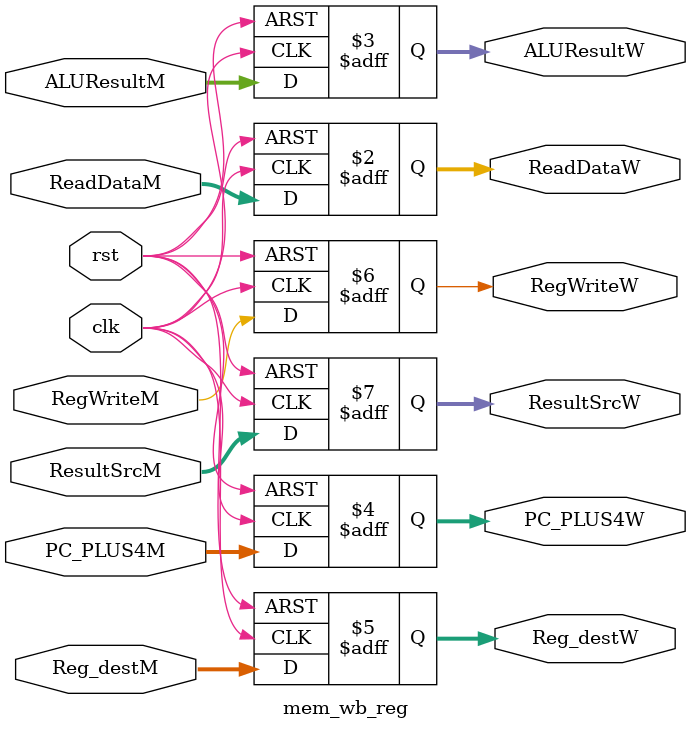
<source format=v>
module mem_wb_reg (
    input         clk,
    input         rst,

    input  [31:0] ReadDataM,
    input  [31:0] ALUResultM,
    input  [31:0] PC_PLUS4M,
    input  [4:0]  Reg_destM,

    input         RegWriteM,
    input  [1:0]  ResultSrcM,

    output reg [31:0] ReadDataW,
    output reg [31:0] ALUResultW,
    output reg [31:0] PC_PLUS4W,
    output reg [4:0]  Reg_destW,

    output reg        RegWriteW,
    output reg [1:0]  ResultSrcW
);

    always @(posedge clk or posedge rst) begin
        if (rst) begin
            ReadDataW <= 0;
            ALUResultW <= 0;
            PC_PLUS4W <= 0;
            Reg_destW <= 0;

            RegWriteW <= 0;
            ResultSrcW <= 0;
        end else begin
            ReadDataW <= ReadDataM;
            ALUResultW <= ALUResultM;
            PC_PLUS4W <= PC_PLUS4M;
            Reg_destW <= Reg_destM;

            RegWriteW <= RegWriteM;
            ResultSrcW <= ResultSrcM;
        end
    end

endmodule

</source>
